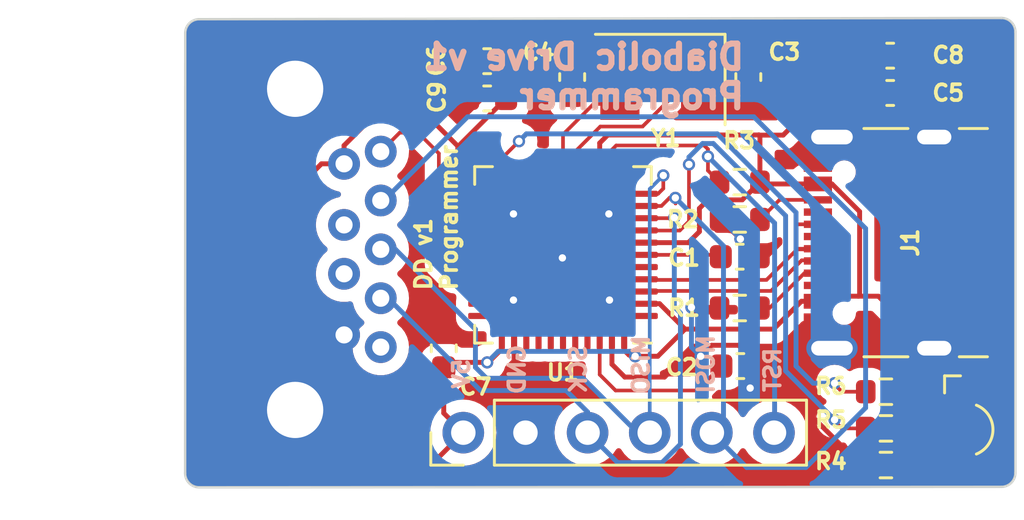
<source format=kicad_pcb>
(kicad_pcb (version 20221018) (generator pcbnew)
  (layers (0 "F.Cu" signal) (31 "B.Cu" signal) (34 "B.Paste" user) (35 "F.Paste" user) (36 "B.SilkS" user "B.Silkscreen") (37 "F.SilkS" user "F.Silkscreen") (38 "B.Mask" user) (39 "F.Mask" user) (44 "Edge.Cuts" user))
  (net 0 "")
  (net 1 "GND")
  (net 2 "Net-(U1-UCAP)")
  (net 3 "Net-(U1-AREF)")
  (net 4 "Net-(U1-XTAL2)")
  (net 5 "Net-(U1-XTAL1)")
  (net 6 "+5V")
  (net 7 "Net-(D1-BK)")
  (net 8 "Net-(D1-RK)")
  (net 9 "Net-(D1-GK)")
  (net 10 "Net-(J1-CC1)")
  (net 11 "/D+")
  (net 12 "/D-")
  (net 13 "Net-(J1-CC2)")
  (net 17 "/SCK")
  (net 18 "/MISO")
  (net 19 "/MOSI")
  (net 20 "/DD_RESET")
  (net 21 "/RST")
  (net 22 "Net-(U1-PB0)")
  (net 23 "Net-(U1-PD5)")
  (footprint "Connector_USB:GCT_USB1075-XX-X-X_REVE" (layer "F.Cu") (at 125.55 130.275 -90)
    (fp_text reference "J2" hide)
    (fp_text value "USB 3.0 FEMALE SOCKET 9P" hide)
    (pad "1" thru_hole circle (at -3.5 -2 270) (size 1.3 1.3) (drill 0.7) (layers "*.Cu" "*.Mask") (net 6 "+5V"))
    (pad "2" thru_hole circle (at -1 -2 270) (size 1.3 1.3) (drill 0.7) (layers "*.Cu" "*.Mask"))
    (pad "3" thru_hole circle (at 1 -2 270) (size 1.3 1.3) (drill 0.7) (layers "*.Cu" "*.Mask"))
    (pad "4" thru_hole circle (at 3.5 -2 270) (size 1.3 1.3) (drill 0.7) (layers "*.Cu" "*.Mask") (net 1 "GND"))
    (pad "5" thru_hole circle (at 4 -3.5 270) (size 1.3 1.3) (drill 0.7) (layers "*.Cu" "*.Mask"))
    (pad "6" thru_hole circle (at 2 -3.5 270) (size 1.3 1.3) (drill 0.7) (layers "*.Cu" "*.Mask") (net 17 "/SCK"))
    (pad "7" thru_hole circle (at 0 -3.5 270) (size 1.3 1.3) (drill 0.7) (layers "*.Cu" "*.Mask") (net 18 "/MISO"))
    (pad "8" thru_hole circle (at -2 -3.5 270) (size 1.3 1.3) (drill 0.7) (layers "*.Cu" "*.Mask") (net 19 "/MOSI"))
    (pad "9" thru_hole circle (at -4 -3.5 270) (size 1.3 1.3) (drill 0.7) (layers "*.Cu" "*.Mask") (net 20 "/DD_RESET"))
    (pad "10" thru_hole circle (at -6.57 0 270) (size 4.2 4.2) (drill 2.3) (layers "*.Cu" "*.Mask") (net 1 "GND"))
    (pad "11" thru_hole circle (at 6.57 0 270) (size 4.2 4.2) (drill 2.3) (layers "*.Cu" "*.Mask") (net 1 "GND"))
  )
  (footprint "Package_DFN_QFN:QFN-44-1EP_7x7mm_P0.5mm_EP5.2x5.2mm" (layer "F.Cu") (at 136.5 130.5 180)
    (fp_text reference "U1" (at 0 -4.82 unlocked) (layer "F.SilkS") (effects (font (size 0.65 0.65))))
    (fp_text value "ATmega32U4-M" hide)
    (fp_line (start -3.61 3.61) (end -3.61 2.885) (stroke (width 0.12)) (layer "F.SilkS"))
    (fp_line (start -2.885 -3.61) (end -3.61 -3.61) (stroke (width 0.12)) (layer "F.SilkS"))
    (fp_line (start -2.885 3.61) (end -3.61 3.61) (stroke (width 0.12)) (layer "F.SilkS"))
    (fp_line (start 2.885 -3.61) (end 3.61 -3.61) (stroke (width 0.12)) (layer "F.SilkS"))
    (fp_line (start 2.885 3.61) (end 3.61 3.61) (stroke (width 0.12)) (layer "F.SilkS"))
    (fp_line (start 3.61 -3.61) (end 3.61 -2.885) (stroke (width 0.12)) (layer "F.SilkS"))
    (fp_line (start 3.61 3.61) (end 3.61 2.885) (stroke (width 0.12)) (layer "F.SilkS"))
    (pad "1" smd roundrect (at -3.3375 -2.5 180) (size 1.075 0.25) (layers "F.Cu" "F.Paste" "F.Mask"))
    (pad "2" smd roundrect (at -3.3375 -2 180) (size 1.075 0.25) (layers "F.Cu" "F.Paste" "F.Mask") (net 6 "+5V"))
    (pad "3" smd roundrect (at -3.3375 -1.5 180) (size 1.075 0.25) (layers "F.Cu" "F.Paste" "F.Mask") (net 12 "/D-"))
    (pad "4" smd roundrect (at -3.3375 -1 180) (size 1.075 0.25) (layers "F.Cu" "F.Paste" "F.Mask") (net 11 "/D+"))
    (pad "5" smd roundrect (at -3.3375 -0.5 180) (size 1.075 0.25) (layers "F.Cu" "F.Paste" "F.Mask") (net 1 "GND"))
    (pad "6" smd roundrect (at -3.3375 0 180) (size 1.075 0.25) (layers "F.Cu" "F.Paste" "F.Mask") (net 2 "Net-(U1-UCAP)"))
    (pad "7" smd roundrect (at -3.3375 0.5 180) (size 1.075 0.25) (layers "F.Cu" "F.Paste" "F.Mask") (net 6 "+5V"))
    (pad "8" smd roundrect (at -3.3375 1 180) (size 1.075 0.25) (layers "F.Cu" "F.Paste" "F.Mask") (net 22 "Net-(U1-PB0)"))
    (pad "9" smd roundrect (at -3.3375 1.5 180) (size 1.075 0.25) (layers "F.Cu" "F.Paste" "F.Mask") (net 17 "/SCK"))
    (pad "10" smd roundrect (at -3.3375 2 180) (size 1.075 0.25) (layers "F.Cu" "F.Paste" "F.Mask") (net 19 "/MOSI"))
    (pad "11" smd roundrect (at -3.3375 2.5 180) (size 1.075 0.25) (layers "F.Cu" "F.Paste" "F.Mask") (net 18 "/MISO"))
    (pad "12" smd roundrect (at -2.5 3.3375 180) (size 0.25 1.075) (layers "F.Cu" "F.Paste" "F.Mask"))
    (pad "13" smd roundrect (at -2 3.3375 180) (size 0.25 1.075) (layers "F.Cu" "F.Paste" "F.Mask") (net 21 "/RST"))
    (pad "14" smd roundrect (at -1.5 3.3375 180) (size 0.25 1.075) (layers "F.Cu" "F.Paste" "F.Mask") (net 6 "+5V"))
    (pad "15" smd roundrect (at -1 3.3375 180) (size 0.25 1.075) (layers "F.Cu" "F.Paste" "F.Mask") (net 1 "GND"))
    (pad "16" smd roundrect (at -0.5 3.3375 180) (size 0.25 1.075) (layers "F.Cu" "F.Paste" "F.Mask") (net 4 "Net-(U1-XTAL2)"))
    (pad "17" smd roundrect (at 0 3.3375 180) (size 0.25 1.075) (layers "F.Cu" "F.Paste" "F.Mask") (net 5 "Net-(U1-XTAL1)"))
    (pad "18" smd roundrect (at 0.5 3.3375 180) (size 0.25 1.075) (layers "F.Cu" "F.Paste" "F.Mask"))
    (pad "19" smd roundrect (at 1 3.3375 180) (size 0.25 1.075) (layers "F.Cu" "F.Paste" "F.Mask"))
    (pad "20" smd roundrect (at 1.5 3.3375 180) (size 0.25 1.075) (layers "F.Cu" "F.Paste" "F.Mask"))
    (pad "21" smd roundrect (at 2 3.3375 180) (size 0.25 1.075) (layers "F.Cu" "F.Paste" "F.Mask"))
    (pad "22" smd roundrect (at 2.5 3.3375 180) (size 0.25 1.075) (layers "F.Cu" "F.Paste" "F.Mask") (net 23 "Net-(U1-PD5)"))
    (pad "23" smd roundrect (at 3.3375 2.5 180) (size 1.075 0.25) (layers "F.Cu" "F.Paste" "F.Mask") (net 1 "GND"))
    (pad "24" smd roundrect (at 3.3375 2 180) (size 1.075 0.25) (layers "F.Cu" "F.Paste" "F.Mask") (net 6 "+5V"))
    (pad "25" smd roundrect (at 3.3375 1.5 180) (size 1.075 0.25) (layers "F.Cu" "F.Paste" "F.Mask"))
    (pad "26" smd roundrect (at 3.3375 1 180) (size 1.075 0.25) (layers "F.Cu" "F.Paste" "F.Mask"))
    (pad "27" smd roundrect (at 3.3375 0.5 180) (size 1.075 0.25) (layers "F.Cu" "F.Paste" "F.Mask"))
    (pad "28" smd roundrect (at 3.3375 0 180) (size 1.075 0.25) (layers "F.Cu" "F.Paste" "F.Mask"))
    (pad "29" smd roundrect (at 3.3375 -0.5 180) (size 1.075 0.25) (layers "F.Cu" "F.Paste" "F.Mask"))
    (pad "30" smd roundrect (at 3.3375 -1 180) (size 1.075 0.25) (layers "F.Cu" "F.Paste" "F.Mask") (net 20 "/DD_RESET"))
    (pad "31" smd roundrect (at 3.3375 -1.5 180) (size 1.075 0.25) (layers "F.Cu" "F.Paste" "F.Mask"))
    (pad "32" smd roundrect (at 3.3375 -2 180) (size 1.075 0.25) (layers "F.Cu" "F.Paste" "F.Mask"))
    (pad "33" smd roundrect (at 3.3375 -2.5 180) (size 1.075 0.25) (layers "F.Cu" "F.Paste" "F.Mask"))
    (pad "34" smd roundrect (at 2.5 -3.3375 180) (size 0.25 1.075) (layers "F.Cu" "F.Paste" "F.Mask") (net 6 "+5V"))
    (pad "35" smd roundrect (at 2 -3.3375 180) (size 0.25 1.075) (layers "F.Cu" "F.Paste" "F.Mask") (net 1 "GND"))
    (pad "36" smd roundrect (at 1.5 -3.3375 180) (size 0.25 1.075) (layers "F.Cu" "F.Paste" "F.Mask"))
    (pad "37" smd roundrect (at 1 -3.3375 180) (size 0.25 1.075) (layers "F.Cu" "F.Paste" "F.Mask"))
    (pad "38" smd roundrect (at 0.5 -3.3375 180) (size 0.25 1.075) (layers "F.Cu" "F.Paste" "F.Mask"))
    (pad "39" smd roundrect (at 0 -3.3375 180) (size 0.25 1.075) (layers "F.Cu" "F.Paste" "F.Mask"))
    (pad "40" smd roundrect (at -0.5 -3.3375 180) (size 0.25 1.075) (layers "F.Cu" "F.Paste" "F.Mask"))
    (pad "41" smd roundrect (at -1 -3.3375 180) (size 0.25 1.075) (layers "F.Cu" "F.Paste" "F.Mask"))
    (pad "42" smd roundrect (at -1.5 -3.3375 180) (size 0.25 1.075) (layers "F.Cu" "F.Paste" "F.Mask") (net 3 "Net-(U1-AREF)"))
    (pad "43" smd roundrect (at -2 -3.3375 180) (size 0.25 1.075) (layers "F.Cu" "F.Paste" "F.Mask") (net 1 "GND"))
    (pad "44" smd roundrect (at -2.5 -3.3375 180) (size 0.25 1.075) (layers "F.Cu" "F.Paste" "F.Mask") (net 6 "+5V"))
    (pad "45" smd rect (at 0 0 180) (size 5.2 5.2) (layers "F.Cu" "F.Mask") (net 1 "GND"))
  )
  (footprint "Resistor_SMD:R_0603_1608Metric" (layer "F.Cu") (at 143.725 132.675)
    (fp_text reference "R1" (at -2.275 0 unlocked) (layer "F.SilkS") (effects (font (size 0.65 0.65))))
    (fp_text value "5.1k")
    (fp_line (start -0.237258 -0.5225) (end 0.237258 -0.5225) (stroke (width 0.12)) (layer "F.SilkS"))
    (fp_line (start -0.237258 0.5225) (end 0.237258 0.5225) (stroke (width 0.12)) (layer "F.SilkS"))
    (pad "1" smd roundrect (at -0.825 0) (size 0.8 0.95) (layers "F.Cu" "F.Paste" "F.Mask") (net 1 "GND"))
    (pad "2" smd roundrect (at 0.825 0) (size 0.8 0.95) (layers "F.Cu" "F.Paste" "F.Mask") (net 10 "Net-(J1-CC1)"))
  )
  (footprint "Resistor_SMD:R_0603_1608Metric" (layer "F.Cu") (at 149.7 136.1)
    (fp_text reference "R6" (at -2.25 -0.225 unlocked) (layer "F.SilkS") (effects (font (size 0.65 0.65))))
    (fp_text value "330R")
    (fp_line (start -0.237258 -0.5225) (end 0.237258 -0.5225) (stroke (width 0.12)) (layer "F.SilkS"))
    (fp_line (start -0.237258 0.5225) (end 0.237258 0.5225) (stroke (width 0.12)) (layer "F.SilkS"))
    (pad "1" smd roundrect (at -0.825 0) (size 0.8 0.95) (layers "F.Cu" "F.Paste" "F.Mask") (net 23 "Net-(U1-PD5)"))
    (pad "2" smd roundrect (at 0.825 0) (size 0.8 0.95) (layers "F.Cu" "F.Paste" "F.Mask") (net 7 "Net-(D1-BK)"))
  )
  (footprint "Resistor_SMD:R_0603_1608Metric" (layer "F.Cu") (at 143.725 129.05)
    (fp_text reference "R2" (at -2.325 0 unlocked) (layer "F.SilkS") (effects (font (size 0.65 0.65))))
    (fp_text value "5.1k")
    (fp_line (start -0.237258 -0.5225) (end 0.237258 -0.5225) (stroke (width 0.12)) (layer "F.SilkS"))
    (fp_line (start -0.237258 0.5225) (end 0.237258 0.5225) (stroke (width 0.12)) (layer "F.SilkS"))
    (pad "1" smd roundrect (at -0.825 0) (size 0.8 0.95) (layers "F.Cu" "F.Paste" "F.Mask") (net 1 "GND"))
    (pad "2" smd roundrect (at 0.825 0) (size 0.8 0.95) (layers "F.Cu" "F.Paste" "F.Mask") (net 13 "Net-(J1-CC2)"))
  )
  (footprint "Capacitor_SMD:C_0603_1608Metric" (layer "F.Cu") (at 131.625 134.325 -90)
    (fp_text reference "C7" (at 1.575 -1.3 unlocked) (layer "F.SilkS") (effects (font (size 0.65 0.65))))
    (fp_text value "0.1uF")
    (fp_line (start -0.14058 -0.51) (end 0.14058 -0.51) (stroke (width 0.12)) (layer "F.SilkS"))
    (fp_line (start -0.14058 0.51) (end 0.14058 0.51) (stroke (width 0.12)) (layer "F.SilkS"))
    (pad "1" smd roundrect (at -0.775 0 270) (size 0.9 0.95) (layers "F.Cu" "F.Paste" "F.Mask") (net 1 "GND"))
    (pad "2" smd roundrect (at 0.775 0 270) (size 0.9 0.95) (layers "F.Cu" "F.Paste" "F.Mask") (net 6 "+5V"))
  )
  (footprint "Capacitor_SMD:C_0603_1608Metric" (layer "F.Cu") (at 136.875 123.225 -90)
    (fp_text reference "C4" (at -1 1.375 unlocked) (layer "F.SilkS") (effects (font (size 0.65 0.65))))
    (fp_text value "22pF" hide)
    (fp_line (start -0.14058 -0.51) (end 0.14058 -0.51) (stroke (width 0.12)) (layer "F.SilkS"))
    (fp_line (start -0.14058 0.51) (end 0.14058 0.51) (stroke (width 0.12)) (layer "F.SilkS"))
    (pad "1" smd roundrect (at -0.775 0 270) (size 0.9 0.95) (layers "F.Cu" "F.Paste" "F.Mask") (net 1 "GND"))
    (pad "2" smd roundrect (at 0.775 0 270) (size 0.9 0.95) (layers "F.Cu" "F.Paste" "F.Mask") (net 5 "Net-(U1-XTAL1)"))
  )
  (footprint "Crystal:Crystal_SMD_5032-4Pin_5.0x3.2mm" (layer "F.Cu") (at 140.475 123.325 180)
    (fp_text reference "Y1" (at -0.225 -2.4 unlocked) (layer "F.SilkS") (effects (font (size 0.65 0.65))))
    (fp_text value "16MHz" hide)
    (fp_line (start -2.65 -1.85) (end -2.65 1.85) (stroke (width 0.12)) (layer "F.SilkS"))
    (fp_line (start -2.65 1.85) (end 2.65 1.85) (stroke (width 0.12)) (layer "F.SilkS"))
    (pad "1" smd rect (at -1.65 1 180) (size 1.6 1.3) (layers "F.Cu" "F.Paste" "F.Mask") (net 4 "Net-(U1-XTAL2)"))
    (pad "2" smd rect (at 1.65 1 180) (size 1.6 1.3) (layers "F.Cu" "F.Paste" "F.Mask") (net 1 "GND"))
    (pad "3" smd rect (at 1.65 -1 180) (size 1.6 1.3) (layers "F.Cu" "F.Paste" "F.Mask") (net 5 "Net-(U1-XTAL1)"))
    (pad "4" smd rect (at -1.65 -1 180) (size 1.6 1.3) (layers "F.Cu" "F.Paste" "F.Mask") (net 1 "GND"))
  )
  (footprint "Connector_PinHeader_2.54mm:PinHeader_1x06_P2.54mm_Vertical" (layer "F.Cu") (at 132.425 137.775 90)
    (fp_text reference "J4" hide)
    (fp_text value "Conn_01x06" hide)
    (fp_line (start -1.33 -1.33) (end 0 -1.33) (stroke (width 0.12)) (layer "F.SilkS"))
    (fp_line (start -1.33 0) (end -1.33 -1.33) (stroke (width 0.12)) (layer "F.SilkS"))
    (fp_line (start -1.33 1.27) (end -1.33 14.03) (stroke (width 0.12)) (layer "F.SilkS"))
    (fp_line (start -1.33 1.27) (end 1.33 1.27) (stroke (width 0.12)) (layer "F.SilkS"))
    (fp_line (start -1.33 14.03) (end 1.33 14.03) (stroke (width 0.12)) (layer "F.SilkS"))
    (fp_line (start 1.33 1.27) (end 1.33 14.03) (stroke (width 0.12)) (layer "F.SilkS"))
    (pad "1" thru_hole circle (at 0 0 90) (size 1.7 1.7) (drill 1) (layers "*.Cu" "*.Mask") (net 6 "+5V"))
    (pad "2" thru_hole oval (at 0 2.54 90) (size 1.7 1.7) (drill 1) (layers "*.Cu" "*.Mask") (net 1 "GND"))
    (pad "3" thru_hole oval (at 0 5.08 90) (size 1.7 1.7) (drill 1) (layers "*.Cu" "*.Mask") (net 17 "/SCK"))
    (pad "4" thru_hole oval (at 0 7.62 90) (size 1.7 1.7) (drill 1) (layers "*.Cu" "*.Mask") (net 18 "/MISO"))
    (pad "5" thru_hole oval (at 0 10.16 90) (size 1.7 1.7) (drill 1) (layers "*.Cu" "*.Mask") (net 19 "/MOSI"))
    (pad "6" thru_hole oval (at 0 12.7 90) (size 1.7 1.7) (drill 1) (layers "*.Cu" "*.Mask") (net 21 "/RST"))
  )
  (footprint "Resistor_SMD:R_0603_1608Metric" (layer "F.Cu") (at 149.7 139.1)
    (fp_text reference "R4" (at -2.25 -0.15 unlocked) (layer "F.SilkS") (effects (font (size 0.65 0.65))))
    (fp_text value "330R")
    (fp_line (start -0.237258 -0.5225) (end 0.237258 -0.5225) (stroke (width 0.12)) (layer "F.SilkS"))
    (fp_line (start -0.237258 0.5225) (end 0.237258 0.5225) (stroke (width 0.12)) (layer "F.SilkS"))
    (pad "1" smd roundrect (at -0.825 0) (size 0.8 0.95) (layers "F.Cu" "F.Paste" "F.Mask") (net 1 "GND"))
    (pad "2" smd roundrect (at 0.825 0) (size 0.8 0.95) (layers "F.Cu" "F.Paste" "F.Mask") (net 8 "Net-(D1-RK)"))
  )
  (footprint "Capacitor_SMD:C_0603_1608Metric" (layer "F.Cu") (at 143.725 130.575 180)
    (fp_text reference "C1" (at 2.275 -0.05 unlocked) (layer "F.SilkS") (effects (font (size 0.65 0.65))))
    (fp_text value "1.0uF")
    (fp_line (start -0.14058 -0.51) (end 0.14058 -0.51) (stroke (width 0.12)) (layer "F.SilkS"))
    (fp_line (start -0.14058 0.51) (end 0.14058 0.51) (stroke (width 0.12)) (layer "F.SilkS"))
    (pad "1" smd roundrect (at -0.775 0 180) (size 0.9 0.95) (layers "F.Cu" "F.Paste" "F.Mask") (net 1 "GND"))
    (pad "2" smd roundrect (at 0.775 0 180) (size 0.9 0.95) (layers "F.Cu" "F.Paste" "F.Mask") (net 2 "Net-(U1-UCAP)"))
  )
  (footprint "Connector_USB:USB_C_Receptacle_GCT_USB4105-xx-A_16P_TopMnt_Horizontal" (layer "F.Cu") (at 150.6 130 90)
    (fp_text reference "J1" (at 0 0.1 90 unlocked) (layer "F.SilkS") (effects (font (size 0.65 0.65))))
    (fp_text value "USB_C_16P" hide)
    (fp_line (start -4.67 0) (end -4.67 -1.8) (stroke (width 0.12)) (layer "F.SilkS"))
    (fp_line (start -4.67 2.1) (end -4.67 3.25) (stroke (width 0.12)) (layer "F.SilkS"))
    (fp_line (start 4.67 0) (end 4.67 -1.8) (stroke (width 0.12)) (layer "F.SilkS"))
    (fp_line (start 4.67 2.1) (end 4.67 3.25) (stroke (width 0.12)) (layer "F.SilkS"))
    (pad "" np_thru_hole circle (at -2.89 -2.605 90) (size 0.65 0.65) (drill 0.65) (layers "F&B.Cu" "*.Mask"))
    (pad "" np_thru_hole circle (at 2.89 -2.605 90) (size 0.65 0.65) (drill 0.65) (layers "F&B.Cu" "*.Mask"))
    (pad "A1" smd rect (at -3.2 -3.68 90) (size 0.6 1.15) (layers "F.Cu" "F.Paste" "F.Mask") (net 1 "GND"))
    (pad "A4" smd rect (at -2.4 -3.68 90) (size 0.6 1.15) (layers "F.Cu" "F.Paste" "F.Mask") (net 6 "+5V"))
    (pad "A5" smd rect (at -1.25 -3.68 90) (size 0.3 1.15) (layers "F.Cu" "F.Paste" "F.Mask") (net 10 "Net-(J1-CC1)"))
    (pad "A6" smd rect (at -0.25 -3.68 90) (size 0.3 1.15) (layers "F.Cu" "F.Paste" "F.Mask") (net 11 "/D+"))
    (pad "A7" smd rect (at 0.25 -3.68 90) (size 0.3 1.15) (layers "F.Cu" "F.Paste" "F.Mask") (net 12 "/D-"))
    (pad "A8" smd rect (at 1.25 -3.68 90) (size 0.3 1.15) (layers "F.Cu" "F.Paste" "F.Mask"))
    (pad "A9" smd rect (at 2.4 -3.68 90) (size 0.6 1.15) (layers "F.Cu" "F.Paste" "F.Mask") (net 6 "+5V"))
    (pad "A12" smd rect (at 3.2 -3.68 90) (size 0.6 1.15) (layers "F.Cu" "F.Paste" "F.Mask") (net 1 "GND"))
    (pad "B1" smd rect (at 3.2 -3.68 90) (size 0.6 1.15) (layers "F.Cu" "F.Paste" "F.Mask") (net 1 "GND"))
    (pad "B4" smd rect (at 2.4 -3.68 90) (size 0.6 1.15) (layers "F.Cu" "F.Paste" "F.Mask") (net 6 "+5V"))
    (pad "B5" smd rect (at 1.75 -3.68 90) (size 0.3 1.15) (layers "F.Cu" "F.Paste" "F.Mask") (net 13 "Net-(J1-CC2)"))
    (pad "B6" smd rect (at 0.75 -3.68 90) (size 0.3 1.15) (layers "F.Cu" "F.Paste" "F.Mask") (net 11 "/D+"))
    (pad "B7" smd rect (at -0.75 -3.68 90) (size 0.3 1.15) (layers "F.Cu" "F.Paste" "F.Mask") (net 12 "/D-"))
    (pad "B8" smd rect (at -1.75 -3.68 90) (size 0.3 1.15) (layers "F.Cu" "F.Paste" "F.Mask"))
    (pad "B9" smd rect (at -2.4 -3.68 90) (size 0.6 1.15) (layers "F.Cu" "F.Paste" "F.Mask") (net 6 "+5V"))
    (pad "B12" smd rect (at -3.2 -3.68 90) (size 0.6 1.15) (layers "F.Cu" "F.Paste" "F.Mask") (net 1 "GND"))
    (pad "S1" thru_hole oval (at -4.32 -3.105 90) (size 1 2.1) (drill oval 0.6 1.7) (layers "*.Cu" "*.Mask" "F.Paste") (net 1 "GND"))
    (pad "S1" thru_hole oval (at -4.32 1.075 90) (size 1 1.8) (drill oval 0.6 1.4) (layers "*.Cu" "*.Mask" "F.Paste") (net 1 "GND"))
    (pad "S1" thru_hole oval (at 4.32 -3.105 90) (size 1 2.1) (drill oval 0.6 1.7) (layers "*.Cu" "*.Mask" "F.Paste") (net 1 "GND"))
    (pad "S1" thru_hole oval (at 4.32 1.075 90) (size 1 1.8) (drill oval 0.6 1.4) (layers "*.Cu" "*.Mask" "F.Paste") (net 1 "GND"))
  )
  (footprint "Capacitor_SMD:C_0603_1608Metric" (layer "F.Cu") (at 144.075 123.225 90)
    (fp_text reference "C3" (at 1.025 1.475 unlocked) (layer "F.SilkS") (effects (font (size 0.65 0.65))))
    (fp_text value "22pF" hide)
    (fp_line (start -0.14058 -0.51) (end 0.14058 -0.51) (stroke (width 0.12)) (layer "F.SilkS"))
    (fp_line (start -0.14058 0.51) (end 0.14058 0.51) (stroke (width 0.12)) (layer "F.SilkS"))
    (pad "1" smd roundrect (at -0.775 0 90) (size 0.9 0.95) (layers "F.Cu" "F.Paste" "F.Mask") (net 1 "GND"))
    (pad "2" smd roundrect (at 0.775 0 90) (size 0.9 0.95) (layers "F.Cu" "F.Paste" "F.Mask") (net 4 "Net-(U1-XTAL2)"))
  )
  (footprint "Capacitor_SMD:C_0603_1608Metric" (layer "F.Cu") (at 133.4 122.575)
    (fp_text reference "C6" (at -2.075 -0.025 90 unlocked) (layer "F.SilkS") (effects (font (size 0.65 0.65))))
    (fp_text value "1uF")
    (fp_line (start -0.14058 -0.51) (end 0.14058 -0.51) (stroke (width 0.12)) (layer "F.SilkS"))
    (fp_line (start -0.14058 0.51) (end 0.14058 0.51) (stroke (width 0.12)) (layer "F.SilkS"))
    (pad "1" smd roundrect (at -0.775 0) (size 0.9 0.95) (layers "F.Cu" "F.Paste" "F.Mask") (net 1 "GND"))
    (pad "2" smd roundrect (at 0.775 0) (size 0.9 0.95) (layers "F.Cu" "F.Paste" "F.Mask") (net 6 "+5V"))
  )
  (footprint "Resistor_SMD:R_0603_1608Metric" (layer "F.Cu") (at 143.725 127.525 180)
    (fp_text reference "R3" (at 0.025 1.7 unlocked) (layer "F.SilkS") (effects (font (size 0.65 0.65))))
    (fp_text value "10k")
    (fp_line (start -0.237258 -0.5225) (end 0.237258 -0.5225) (stroke (width 0.12)) (layer "F.SilkS"))
    (fp_line (start -0.237258 0.5225) (end 0.237258 0.5225) (stroke (width 0.12)) (layer "F.SilkS"))
    (pad "1" smd roundrect (at -0.825 0 180) (size 0.8 0.95) (layers "F.Cu" "F.Paste" "F.Mask") (net 6 "+5V"))
    (pad "2" smd roundrect (at 0.825 0 180) (size 0.8 0.95) (layers "F.Cu" "F.Paste" "F.Mask") (net 21 "/RST"))
  )
  (footprint "Capacitor_SMD:C_0603_1608Metric" (layer "F.Cu") (at 149.875 123.875 180)
    (fp_text reference "C5" (at -2.375 0 unlocked) (layer "F.SilkS") (effects (font (size 0.65 0.65))))
    (fp_text value "10uF")
    (fp_line (start -0.14058 -0.51) (end 0.14058 -0.51) (stroke (width 0.12)) (layer "F.SilkS"))
    (fp_line (start -0.14058 0.51) (end 0.14058 0.51) (stroke (width 0.12)) (layer "F.SilkS"))
    (pad "1" smd roundrect (at -0.775 0 180) (size 0.9 0.95) (layers "F.Cu" "F.Paste" "F.Mask") (net 1 "GND"))
    (pad "2" smd roundrect (at 0.775 0 180) (size 0.9 0.95) (layers "F.Cu" "F.Paste" "F.Mask") (net 6 "+5V"))
  )
  (footprint "Capacitor_SMD:C_0603_1608Metric" (layer "F.Cu") (at 149.875 122.35 180)
    (fp_text reference "C8" (at -2.375 0.025 unlocked) (layer "F.SilkS") (effects (font (size 0.65 0.65))))
    (fp_text value "0.1uF")
    (fp_line (start -0.14058 -0.51) (end 0.14058 -0.51) (stroke (width 0.12)) (layer "F.SilkS"))
    (fp_line (start -0.14058 0.51) (end 0.14058 0.51) (stroke (width 0.12)) (layer "F.SilkS"))
    (pad "1" smd roundrect (at -0.775 0 180) (size 0.9 0.95) (layers "F.Cu" "F.Paste" "F.Mask") (net 1 "GND"))
    (pad "2" smd roundrect (at 0.775 0 180) (size 0.9 0.95) (layers "F.Cu" "F.Paste" "F.Mask") (net 6 "+5V"))
  )
  (footprint "LED_SMD:LED_Kingbright_APFA3010_3x1.5mm_Horizontal" (layer "F.Cu") (at 152.748223 137.65 -90)
    (fp_text reference "D1" hide)
    (fp_text value "LED_BARG")
    (fp_line (start -2.2 0) (end -2.2 0.65) (stroke (width 0.12)) (layer "F.SilkS"))
    (fp_line (start -2.2 0.65) (end -1.5 0.65) (stroke (width 0.12)) (layer "F.SilkS"))
    (fp_arc (start -1 -0.65) (mid 0 -1.327033) (end 1 -0.65) (stroke (width 0.12)) (layer "F.SilkS"))
    (pad "1" smd rect (at -0.4 0.45 270) (size 0.4 0.8) (layers "F.Cu" "F.Paste" "F.Mask") (net 7 "Net-(D1-BK)"))
    (pad "2" smd rect (at -1.5 0 270) (size 1 0.9) (layers "F.Cu" "F.Paste" "F.Mask") (net 6 "+5V"))
    (pad "3" smd rect (at 1.5 0 270) (size 1 0.9) (layers "F.Cu" "F.Paste" "F.Mask") (net 8 "Net-(D1-RK)"))
    (pad "4" smd rect (at 0.4 0.45 270) (size 0.4 0.8) (layers "F.Cu" "F.Paste" "F.Mask") (net 9 "Net-(D1-GK)"))
  )
  (footprint "Resistor_SMD:R_0603_1608Metric" (layer "F.Cu") (at 149.7 137.6)
    (fp_text reference "R5" (at -2.25 -0.35 unlocked) (layer "F.SilkS") (effects (font (size 0.65 0.65))))
    (fp_text value "330R")
    (fp_line (start -0.237258 -0.5225) (end 0.237258 -0.5225) (stroke (width 0.12)) (layer "F.SilkS"))
    (fp_line (start -0.237258 0.5225) (end 0.237258 0.5225) (stroke (width 0.12)) (layer "F.SilkS"))
    (pad "1" smd roundrect (at -0.825 0) (size 0.8 0.95) (layers "F.Cu" "F.Paste" "F.Mask") (net 22 "Net-(U1-PB0)"))
    (pad "2" smd roundrect (at 0.825 0) (size 0.8 0.95) (layers "F.Cu" "F.Paste" "F.Mask") (net 9 "Net-(D1-GK)"))
  )
  (footprint "Capacitor_SMD:C_0603_1608Metric" (layer "F.Cu") (at 133.4 124.1)
    (fp_text reference "C9" (at -2.05 -0.05 90 unlocked) (layer "F.SilkS") (effects (font (size 0.65 0.65))))
    (fp_text value "0.1uF")
    (fp_line (start -0.14058 -0.51) (end 0.14058 -0.51) (stroke (width 0.12)) (layer "F.SilkS"))
    (fp_line (start -0.14058 0.51) (end 0.14058 0.51) (stroke (width 0.12)) (layer "F.SilkS"))
    (pad "1" smd roundrect (at -0.775 0) (size 0.9 0.95) (layers "F.Cu" "F.Paste" "F.Mask") (net 1 "GND"))
    (pad "2" smd roundrect (at 0.775 0) (size 0.9 0.95) (layers "F.Cu" "F.Paste" "F.Mask") (net 6 "+5V"))
  )
  (footprint "Capacitor_SMD:C_0603_1608Metric" (layer "F.Cu") (at 143.75 135.05 180)
    (fp_text reference "C2" (at 2.4 -0.05 unlocked) (layer "F.SilkS") (effects (font (size 0.65 0.65))))
    (fp_text value "0.1uF")
    (fp_line (start -0.14058 -0.51) (end 0.14058 -0.51) (stroke (width 0.12)) (layer "F.SilkS"))
    (fp_line (start -0.14058 0.51) (end 0.14058 0.51) (stroke (width 0.12)) (layer "F.SilkS"))
    (pad "1" smd roundrect (at -0.775 0 180) (size 0.9 0.95) (layers "F.Cu" "F.Paste" "F.Mask") (net 1 "GND"))
    (pad "2" smd roundrect (at 0.775 0 180) (size 0.9 0.95) (layers "F.Cu" "F.Paste" "F.Mask") (net 3 "Net-(U1-AREF)"))
  )
  (gr_line (start 154.992604 121.379635) (end 154.992605 139.420366) (stroke (width 0.1)) (layer "Edge.Cuts"))
  (gr_line (start 154.420366 120.807395) (end 121.629644 120.857407) (stroke (width 0.1)) (layer "Edge.Cuts"))
  (gr_arc (start 154.420366 120.807395) (mid 154.82501 120.97499) (end 154.992604 121.379635) (stroke (width 0.1)) (layer "Edge.Cuts"))
  (gr_line (start 154.420365 139.992604) (end 121.624999 140.010209) (stroke (width 0.1)) (layer "Edge.Cuts"))
  (gr_line (start 121.057395 121.429634) (end 121.052761 139.437969) (stroke (width 0.1)) (layer "Edge.Cuts"))
  (gr_arc (start 121.057405 121.429644) (mid 121.225 121.025) (end 121.629644 120.857407) (stroke (width 0.1)) (layer "Edge.Cuts"))
  (gr_arc (start 121.624999 140.010209) (mid 121.220381 139.842586) (end 121.052761 139.437969) (stroke (width 0.1)) (layer "Edge.Cuts"))
  (gr_arc (start 154.992605 139.420366) (mid 154.825 139.825) (end 154.420365 139.992604) (stroke (width 0.1)) (layer "Edge.Cuts"))
  (gr_text "RST" (at 145.45 134.225 90) (layer "B.SilkS") (effects (font (size 0.65 0.65)) (justify left bottom mirror)))
  (gr_text "GND" (at 135 134.1 90) (layer "B.SilkS") (effects (font (size 0.65 0.65)) (justify left bottom mirror)))
  (gr_text "5V" (at 132.725 134.675 90) (layer "B.SilkS") (effects (font (size 0.65 0.65)) (justify left bottom mirror)))
  (gr_text "MISO" (at 140.075 133.725 90) (layer "B.SilkS") (effects (font (size 0.65 0.65)) (justify left bottom mirror)))
  (gr_text "Diabolic Drive v1\nProgrammer" (at 144.025 124.6) (layer "B.SilkS") (effects (font (size 1 1) (thickness 0.25) bold) (justify left bottom mirror)))
  (gr_text "MOSI" (at 142.725 133.7 90) (layer "B.SilkS") (effects (font (size 0.65 0.65)) (justify left bottom mirror)))
  (gr_text "SCK" (at 137.5 134.125 90) (layer "B.SilkS") (effects (font (size 0.65 0.65)) (justify left bottom mirror)))
  (gr_text "DD v1\nProgrammer" (at 132.225 132.025 90) (layer "F.SilkS") (effects (font (size 0.65 0.65) (thickness 0.15) bold) (justify left bottom)))
  (segment (start 134.475 132.35) (end 134.65 132.35) (width 0.2) (layer "F.Cu") (net 1))
  (segment (start 137 122.325) (end 136.875 122.45) (width 0.2) (layer "F.Cu") (net 1))
  (segment (start 144.15 136) (end 144.15 136) (width 0.2) (layer "F.Cu") (net 1))
  (segment (start 136.375 130.625) (end 136.475 130.625) (width 0.2) (layer "F.Cu") (net 1))
  (segment (start 142.575 134.2) (end 143.675 134.2) (width 0.2) (layer "F.Cu") (net 1))
  (segment (start 138.35 132.35) (end 136.5 130.5) (width 0.2) (layer "F.Cu") (net 1))
  (segment (start 140.65 135.5) (end 139.025 135.5) (width 0.2) (layer "F.Cu") (net 1))
  (segment (start 137 131) (end 136.5 130.5) (width 0.2) (layer "F.Cu") (net 1))
  (segment (start 139.025 135.5) (end 138.5 134.975) (width 0.2) (layer "F.Cu") (net 1))
  (segment (start 137.1 130.5) (end 138.1 129.5) (width 0.2) (layer "F.Cu") (net 1))
  (segment (start 141.5 134.65) (end 140.65 135.5) (width 0.2) (layer "F.Cu") (net 1))
  (segment (start 134.475 132.525) (end 134.475 132.35) (width 0.2) (layer "F.Cu") (net 1))
  (segment (start 139.8375 131) (end 137 131) (width 0.2) (layer "F.Cu") (net 1))
  (segment (start 134.5 132.5) (end 134.475 132.525) (width 0.2) (layer "F.Cu") (net 1))
  (segment (start 134.351992 128) (end 133.7625 128) (width 0.2) (layer "F.Cu") (net 1))
  (segment (start 137.1 130.5) (end 136.851992 130.5) (width 0.2) (layer "F.Cu") (net 1))
  (segment (start 148.875 139.1) (end 148.672182 139.1) (width 0.2) (layer "F.Cu") (net 1))
  (segment (start 144.5 135.05) (end 144.15 134.7) (width 0.2) (layer "F.Cu") (net 1))
  (segment (start 142.9 132.675) (end 141.775 132.675) (width 0.2) (layer "F.Cu") (net 1))
  (segment (start 144.525 135.05) (end 144.525 135.625) (width 0.2) (layer "F.Cu") (net 1))
  (segment (start 146.25 136.677818) (end 146.25 134.8) (width 0.2) (layer "F.Cu") (net 1))
  (segment (start 138.825 122.325) (end 137 122.325) (width 0.2) (layer "F.Cu") (net 1))
  (segment (start 138.4 132.4) (end 138.4 132.35) (width 0.2) (layer "F.Cu") (net 1))
  (segment (start 134.5 133.8375) (end 134.5 137.31) (width 0.2) (layer "F.Cu") (net 1))
  (segment (start 148.04 134.32) (end 151.675 134.32) (width 0.2) (layer "F.Cu") (net 1))
  (segment (start 143.75 129.85) (end 144.475 130.575) (width 0.2) (layer "F.Cu") (net 1))
  (segment (start 144.525 135.05) (end 144.5 135.05) (width 0.2) (layer "F.Cu") (net 1))
  (segment (start 138.5 134.975) (end 138.5 133.8375) (width 0.2) (layer "F.Cu") (net 1))
  (segment (start 136.475 130.625) (end 136.475 130.525) (width 0.2) (layer "F.Cu") (net 1))
  (segment (start 152.27 125.68) (end 152.625 125.325) (width 0.2) (layer "F.Cu") (net 1))
  (segment (start 148.672182 139.1) (end 146.25 136.677818) (width 0.2) (layer "F.Cu") (net 1))
  (segment (start 133 128) (end 133.7625 128) (width 0.2) (layer "F.Cu") (net 1))
  (segment (start 143.675 134.2) (end 144.525 135.05) (width 0.2) (layer "F.Cu") (net 1))
  (segment (start 146.25 134.8) (end 147.015 134.8) (width 0.2) (layer "F.Cu") (net 1))
  (segment (start 144.525 135.05) (end 144.775 134.8) (width 0.2) (layer "F.Cu") (net 1))
  (segment (start 134.5 137.31) (end 134.965 137.775) (width 0.2) (layer "F.Cu") (net 1))
  (segment (start 148.04 125.68) (end 151.675 125.68) (width 0.2) (layer "F.Cu") (net 1))
  (segment (start 144.475 130.575) (end 144.5 130.575) (width 0.2) (layer "F.Cu") (net 1))
  (segment (start 144.075 124) (end 142.45 124) (width 0.2) (layer "F.Cu") (net 1))
  (segment (start 144.15 135.95) (end 144.15 136) (width 0.2) (layer "F.Cu") (net 1))
  (segment (start 142.95 129.05) (end 143.75 129.85) (width 0.2) (layer "F.Cu") (net 1))
  (segment (start 137.1 130.5) (end 137.6 131) (width 0.2) (layer "F.Cu") (net 1))
  (segment (start 144.2 135.95) (end 144.15 135.95) (width 0.2) (layer "F.Cu") (net 1))
  (segment (start 146.92 126.8) (end 148.04 125.68) (width 0.2) (layer "F.Cu") (net 1))
  (segment (start 142.125 134.65) (end 141.5 134.65) (width 0.2) (layer "F.Cu") (net 1))
  (segment (start 144.525 135.625) (end 144.2 135.95) (width 0.2) (layer "F.Cu") (net 1))
  (segment (start 134.65 132.35) (end 136.375 130.625) (width 0.2) (layer "F.Cu") (net 1))
  (segment (start 144.775 134.8) (end 146.25 134.8) (width 0.2) (layer "F.Cu") (net 1))
  (segment (start 138.5 132.5) (end 138.4 132.4) (width 0.2) (layer "F.Cu") (net 1))
  (segment (start 138.4 132.35) (end 138.35 132.35) (width 0.2) (layer "F.Cu") (net 1))
  (segment (start 137.5 127.1625) (end 137.5 129.5) (width 0.2) (layer "F.Cu") (net 1))
  (segment (start 141.775 132.675) (end 141.75 132.65) (width 0.2) (layer "F.Cu") (net 1))
  (segment (start 142.45 124) (end 142.125 124.325) (width 0.2) (layer "F.Cu") (net 1))
  (segment (start 151.675 125.68) (end 152.27 125.68) (width 0.2) (layer "F.Cu") (net 1))
  (segment (start 142.9 129.05) (end 142.95 129.05) (width 0.2) (layer "F.Cu") (net 1))
  (segment (start 137.5 129.5) (end 136.5 130.5) (width 0.2) (layer "F.Cu") (net 1))
  (segment (start 136.851992 130.5) (end 134.351992 128) (width 0.2) (layer "F.Cu") (net 1))
  (segment (start 138.5 133.8375) (end 138.5 132.5) (width 0.2) (layer "F.Cu") (net 1))
  (segment (start 147.015 134.8) (end 147.495 134.32) (width 0.2) (layer "F.Cu") (net 1))
  (segment (start 134.5 133.8375) (end 134.5 132.5) (width 0.2) (layer "F.Cu") (net 1))
  (segment (start 142.125 134.65) (end 142.575 134.2) (width 0.2) (layer "F.Cu") (net 1))
  (segment (start 136.475 130.525) (end 136.5 130.5) (width 0.2) (layer "F.Cu") (net 1))
  (segment (start 146.92 133.2) (end 148.04 134.32) (width 0.2) (layer "F.Cu") (net 1))
  (via (at 136.475 130.625) (size 0.5) (drill 0.3) (layers "F.Cu" "B.Cu") (net 1))
  (via (at 144.15 135.95) (size 0.5) (drill 0.3) (layers "F.Cu" "B.Cu") (net 1))
  (via (at 142.125 134.65) (size 0.5) (drill 0.3) (layers "F.Cu" "B.Cu") (net 1))
  (via (at 138.375 128.825) (size 0.5) (drill 0.3) (layers "F.Cu" "B.Cu") (net 1))
  (via (at 134.475 128.825) (size 0.5) (drill 0.3) (layers "F.Cu" "B.Cu") (net 1))
  (via (at 134.475 132.35) (size 0.5) (drill 0.3) (layers "F.Cu" "B.Cu") (net 1))
  (via (at 138.4 132.35) (size 0.5) (drill 0.3) (layers "F.Cu" "B.Cu") (net 1))
  (via (at 143.75 129.85) (size 0.5) (drill 0.3) (layers "F.Cu" "B.Cu") (net 1))
  (via (at 141.75 132.65) (size 0.5) (drill 0.3) (layers "F.Cu" "B.Cu") (net 1))
  (segment (start 152.33 134.32) (end 151.675 134.32) (width 0.2) (layer "B.Cu") (net 1))
  (segment (start 144.15 135.95) (end 144.15 130.25) (width 0.2) (layer "B.Cu") (net 1))
  (segment (start 142.125 134.65) (end 141.75 134.275) (width 0.2) (layer "B.Cu") (net 1))
  (segment (start 141.75 134.275) (end 141.75 132.65) (width 0.2) (layer "B.Cu") (net 1))
  (segment (start 144.15 130.25) (end 143.75 129.85) (width 0.2) (layer "B.Cu") (net 1))
  (segment (start 142.875 130.5) (end 142.95 130.575) (width 0.15) (layer "F.Cu") (net 2))
  (segment (start 139.8375 130.5) (end 142.875 130.5) (width 0.15) (layer "F.Cu") (net 2))
  (segment (start 138 135.4) (end 138.65 136.05) (width 0.15) (layer "F.Cu") (net 3))
  (segment (start 141.975 136.05) (end 142.975 135.05) (width 0.15) (layer "F.Cu") (net 3))
  (segment (start 138 133.8375) (end 138 135.4) (width 0.15) (layer "F.Cu") (net 3))
  (segment (start 138.65 136.05) (end 141.975 136.05) (width 0.15) (layer "F.Cu") (net 3))
  (segment (start 137 127.1625) (end 137 126.275) (width 0.15) (layer "F.Cu") (net 4))
  (segment (start 139.75 125.25) (end 140.85 124.15) (width 0.15) (layer "F.Cu") (net 4))
  (segment (start 137 126.275) (end 138.025 125.25) (width 0.15) (layer "F.Cu") (net 4))
  (segment (start 140.85 122.475) (end 141 122.325) (width 0.15) (layer "F.Cu") (net 4))
  (segment (start 141 122.325) (end 142.125 122.325) (width 0.15) (layer "F.Cu") (net 4))
  (segment (start 140.85 124.15) (end 140.85 122.475) (width 0.15) (layer "F.Cu") (net 4))
  (segment (start 144.075 122.45) (end 143.95 122.325) (width 0.15) (layer "F.Cu") (net 4))
  (segment (start 138.025 125.25) (end 139.75 125.25) (width 0.15) (layer "F.Cu") (net 4))
  (segment (start 143.95 122.325) (end 142.125 122.325) (width 0.15) (layer "F.Cu") (net 4))
  (segment (start 138.825 124.325) (end 138.5 124) (width 0.15) (layer "F.Cu") (net 5))
  (segment (start 137.75 124.325) (end 138.825 124.325) (width 0.15) (layer "F.Cu") (net 5))
  (segment (start 136.5 127.1625) (end 136.5 125.575) (width 0.15) (layer "F.Cu") (net 5))
  (segment (start 136.5 125.575) (end 137.75 124.325) (width 0.15) (layer "F.Cu") (net 5))
  (segment (start 138.5 124) (end 136.875 124) (width 0.15) (layer "F.Cu") (net 5))
  (segment (start 132.2 126.05) (end 131.05 124.9) (width 0.2) (layer "F.Cu") (net 6))
  (segment (start 122.675 130.725) (end 126.625 126.775) (width 0.2) (layer "F.Cu") (net 6))
  (segment (start 131.625 136.975) (end 132.425 137.775) (width 0.2) (layer "F.Cu") (net 6))
  (segment (start 132.2 126.05) (end 132.225 126.05) (width 0.2) (layer "F.Cu") (net 6))
  (segment (start 149.1 123.875) (end 149.1 122.35) (width 0.2) (layer "F.Cu") (net 6))
  (segment (start 131.825 134.9) (end 131.625 135.1) (width 0.2) (layer "F.Cu") (net 6))
  (segment (start 150.25 133.05) (end 149.39 132.19) (width 0.2) (layer "F.Cu") (net 6))
  (segment (start 133.45 134.9) (end 133.4 134.9) (width 0.2) (layer "F.Cu") (net 6))
  (segment (start 149.39 132.19) (end 148.575 132.19) (width 0.2) (layer "F.Cu") (net 6))
  (segment (start 144.505 125.595) (end 144.55 125.64) (width 0.2) (layer "F.Cu") (net 6))
  (segment (start 140.45 132.5) (end 140.85 132.9) (width 0.2) (layer "F.Cu") (net 6))
  (segment (start 139 134.4) (end 139 133.8375) (width 0.2) (layer "F.Cu") (net 6))
  (segment (start 141.4875 133.5375) (end 140.375 134.65) (width 0.2) (layer "F.Cu") (net 6))
  (segment (start 148.575 132.19) (end 147.705051 132.19) (width 0.2) (layer "F.Cu") (net 6))
  (segment (start 151.971726 133.05) (end 152.9 133.978274) (width 0.2) (layer "F.Cu") (net 6))
  (segment (start 131.05 124.9) (end 128.675 124.9) (width 0.2) (layer "F.Cu") (net 6))
  (segment (start 139.4 134.6) (end 139.2 134.6) (width 0.2) (layer "F.Cu") (net 6))
  (segment (start 142.075 129.55) (end 141.625 130) (width 0.2) (layer "F.Cu") (net 6))
  (segment (start 150.25 133.05) (end 151.971726 133.05) (width 0.2) (layer "F.Cu") (net 6))
  (segment (start 139.45 134.65) (end 139.4 134.6) (width 0.2) (layer "F.Cu") (net 6))
  (segment (start 134 133.8375) (end 134 134.35) (width 0.2) (layer "F.Cu") (net 6))
  (segment (start 144.625 127.6) (end 144.55 127.525) (width 0.2) (layer "F.Cu") (net 6))
  (segment (start 143.825 128.25) (end 142.425 128.25) (width 0.2) (layer "F.Cu") (net 6))
  (segment (start 132.2 128.225) (end 132.2 126.05) (width 0.2) (layer "F.Cu") (net 6))
  (segment (start 144.505 125.595) (end 144.51 125.6) (width 0.2) (layer "F.Cu") (net 6))
  (segment (start 147.495051 132.4) (end 146.92 132.4) (width 0.2) (layer "F.Cu") (net 6))
  (segment (start 131.625 135.1) (end 131.625 136.975) (width 0.2) (layer "F.Cu") (net 6))
  (segment (start 133.4 134.9) (end 133.4 134.95) (width 0.2) (layer "F.Cu") (net 6))
  (segment (start 138 125.925) (end 138.33 125.595) (width 0.2) (layer "F.Cu") (net 6))
  (segment (start 139.2 134.6) (end 139 134.4) (width 0.2) (layer "F.Cu") (net 6))
  (segment (start 132.225 126.05) (end 134.175 124.1) (width 0.2) (layer "F.Cu") (net 6))
  (segment (start 133.1625 128.5) (end 132.475 128.5) (width 0.2) (layer "F.Cu") (net 6))
  (segment (start 152.9 135.998223) (end 152.748223 136.15) (width 0.2) (layer "F.Cu") (net 6))
  (segment (start 140.375 134.65) (end 139.45 134.65) (width 0.2) (layer "F.Cu") (net 6))
  (segment (start 134.175 122.475) (end 134.175 124.1) (width 0.2) (layer "F.Cu") (net 6))
  (segment (start 127.55 126.025) (end 127.55 126.775) (width 0.2) (layer "F.Cu") (net 6))
  (segment (start 133.4 134.9) (end 131.825 134.9) (width 0.2) (layer "F.Cu") (net 6))
  (segment (start 124 139.475) (end 122.675 138.15) (width 0.2) (layer "F.Cu") (net 6))
  (segment (start 128.675 124.9) (end 127.55 126.025) (width 0.2) (layer "F.Cu") (net 6))
  (segment (start 122.675 138.15) (end 122.675 130.725) (width 0.2) (layer "F.Cu") (net 6))
  (segment (start 132.475 128.5) (end 132.2 128.225) (width 0.2) (layer "F.Cu") (net 6))
  (segment (start 140.85 132.9) (end 141.4875 133.5375) (width 0.2) (layer "F.Cu") (net 6))
  (segment (start 147.495051 127.6) (end 148.625 128.729949) (width 0.2) (layer "F.Cu") (net 6))
  (segment (start 152.9 133.978274) (end 152.9 135.998223) (width 0.2) (layer "F.Cu") (net 6))
  (segment (start 145.1075 133.5375) (end 141.4875 133.5375) (width 0.2) (layer "F.Cu") (net 6))
  (segment (start 141.625 130) (end 139.8375 130) (width 0.2) (layer "F.Cu") (net 6))
  (segment (start 145.5 125.6) (end 147.225 123.875) (width 0.2) (layer "F.Cu") (net 6))
  (segment (start 147.705051 132.19) (end 147.422525 132.472526) (width 0.2) (layer "F.Cu") (net 6))
  (segment (start 147.345 127.6) (end 144.625 127.6) (width 0.2) (layer "F.Cu") (net 6))
  (segment (start 139.8375 132.5) (end 140.45 132.5) (width 0.2) (layer "F.Cu") (net 6))
  (segment (start 138 127.1625) (end 138 125.925) (width 0.2) (layer "F.Cu") (net 6))
  (segment (start 126.625 126.775) (end 127.55 126.775) (width 0.2) (layer "F.Cu") (net 6))
  (segment (start 148.625 128.729949) (end 148.625 132.14) (width 0.2) (layer "F.Cu") (net 6))
  (segment (start 146.92 132.4) (end 146.245 132.4) (width 0.2) (layer "F.Cu") (net 6))
  (segment (start 130.725 139.475) (end 124 139.475) (width 0.2) (layer "F.Cu") (net 6))
  (segment (start 144.55 127.525) (end 143.825 128.25) (width 0.2) (layer "F.Cu") (net 6))
  (segment (start 144.51 125.6) (end 145.5 125.6) (width 0.2) (layer "F.Cu") (net 6))
  (segment (start 146.92 127.6) (end 147.495051 127.6) (width 0.2) (layer "F.Cu") (net 6))
  (segment (start 146.245 132.4) (end 145.1075 133.5375) (width 0.2) (layer "F.Cu") (net 6))
  (segment (start 147.225 123.875) (end 149.1 123.875) (width 0.2) (layer "F.Cu") (net 6))
  (segment (start 134 134.35) (end 133.45 134.9) (width 0.2) (layer "F.Cu") (net 6))
  (segment (start 144.55 125.64) (end 144.55 127.525) (width 0.2) (layer "F.Cu") (net 6))
  (segment (start 148.625 132.14) (end 148.575 132.19) (width 0.2) (layer "F.Cu") (net 6))
  (segment (start 138.33 125.595) (end 144.505 125.595) (width 0.2) (layer "F.Cu") (net 6))
  (segment (start 142.075 128.6) (end 142.075 129.55) (width 0.2) (layer "F.Cu") (net 6))
  (segment (start 142.425 128.25) (end 142.075 128.6) (width 0.2) (layer "F.Cu") (net 6))
  (segment (start 132.425 137.775) (end 130.725 139.475) (width 0.2) (layer "F.Cu") (net 6))
  (via (at 133.4 134.9) (size 0.5) (drill 0.3) (layers "F.Cu" "B.Cu") (net 6))
  (via (at 139.45 134.65) (size 0.5) (drill 0.3) (layers "F.Cu" "B.Cu") (net 6))
  (segment (start 139.25 134.45) (end 133.85 134.45) (width 0.2) (layer "B.Cu") (net 6))
  (segment (start 139.45 134.65) (end 139.25 134.45) (width 0.2) (layer "B.Cu") (net 6))
  (segment (start 133.85 134.45) (end 133.4 134.9) (width 0.2) (layer "B.Cu") (net 6))
  (segment (start 152.298223 137.25) (end 151.675 137.25) (width 0.15) (layer "F.Cu") (net 7))
  (segment (start 151.675 137.25) (end 150.525 136.1) (width 0.15) (layer "F.Cu") (net 7))
  (segment (start 152.748223 139.15) (end 150.575 139.15) (width 0.15) (layer "F.Cu") (net 8))
  (segment (start 150.575 139.15) (end 150.525 139.1) (width 0.15) (layer "F.Cu") (net 8))
  (segment (start 150.975 138.05) (end 150.525 137.6) (width 0.15) (layer "F.Cu") (net 9))
  (segment (start 152.298223 138.05) (end 150.975 138.05) (width 0.15) (layer "F.Cu") (net 9))
  (segment (start 146.92 131.25) (end 146.3675 131.25) (width 0.15) (layer "F.Cu") (net 10))
  (segment (start 146.3675 131.25) (end 144.9425 132.675) (width 0.15) (layer "F.Cu") (net 10))
  (segment (start 144.9425 132.675) (end 144.55 132.675) (width 0.15) (layer "F.Cu") (net 10))
  (segment (start 146.095 129.25) (end 146.92 129.25) (width 0.15) (layer "F.Cu") (net 11))
  (segment (start 139.8625 131.525) (end 144.818887 131.525) (width 0.15) (layer "F.Cu") (net 11))
  (segment (start 146.045 130.245) (end 146.045 129.3) (width 0.15) (layer "F.Cu") (net 11))
  (segment (start 146.495 130.25) (end 146.92 130.25) (width 0.15) (layer "F.Cu") (net 11))
  (segment (start 146.05 130.25) (end 146.045 130.245) (width 0.15) (layer "F.Cu") (net 11))
  (segment (start 146.92 130.25) (end 146.05 130.25) (width 0.15) (layer "F.Cu") (net 11))
  (segment (start 144.818887 131.525) (end 146.068887 130.275) (width 0.15) (layer "F.Cu") (net 11))
  (segment (start 146.47 130.275) (end 146.495 130.25) (width 0.15) (layer "F.Cu") (net 11))
  (segment (start 146.045 129.3) (end 146.095 129.25) (width 0.15) (layer "F.Cu") (net 11))
  (segment (start 139.8375 131.5) (end 139.8625 131.525) (width 0.15) (layer "F.Cu") (net 11))
  (segment (start 146.068887 130.275) (end 146.47 130.275) (width 0.15) (layer "F.Cu") (net 11))
  (segment (start 146.92 130.75) (end 147.85 130.75) (width 0.15) (layer "F.Cu") (net 12))
  (segment (start 146.495 130.75) (end 146.92 130.75) (width 0.15) (layer "F.Cu") (net 12))
  (segment (start 146.47 130.725) (end 146.495 130.75) (width 0.15) (layer "F.Cu") (net 12))
  (segment (start 147.85 129.75) (end 146.92 129.75) (width 0.15) (layer "F.Cu") (net 12))
  (segment (start 147.85 130.75) (end 147.85 129.75) (width 0.15) (layer "F.Cu") (net 12))
  (segment (start 139.8625 131.975) (end 145.005287 131.975) (width 0.15) (layer "F.Cu") (net 12))
  (segment (start 146.255287 130.725) (end 146.47 130.725) (width 0.15) (layer "F.Cu") (net 12))
  (segment (start 145.005287 131.975) (end 146.255287 130.725) (width 0.15) (layer "F.Cu") (net 12))
  (segment (start 139.8375 132) (end 139.8625 131.975) (width 0.15) (layer "F.Cu") (net 12))
  (segment (start 147.345 128.25) (end 145.35 128.25) (width 0.15) (layer "F.Cu") (net 13))
  (segment (start 145.35 128.25) (end 144.55 129.05) (width 0.15) (layer "F.Cu") (net 13))
  (segment (start 141.05 128.9755) (end 140.9245 128.9755) (width 0.15) (layer "F.Cu") (net 17))
  (segment (start 141.0255 129) (end 139.8375 129) (width 0.15) (layer "F.Cu") (net 17))
  (segment (start 141.05 128.9755) (end 141.0255 129) (width 0.15) (layer "F.Cu") (net 17))
  (segment (start 140.9245 128.9755) (end 140.9 129) (width 0.15) (layer "F.Cu") (net 17))
  (via (at 141.05 128.9755) (size 0.5) (drill 0.3) (layers "F.Cu" "B.Cu") (net 17))
  (segment (start 141.05 132.628823) (end 141.3 132.878823) (width 0.2) (layer "B.Cu") (net 17))
  (segment (start 137.505 137.775) (end 137.505 136.93) (width 0.2) (layer "B.Cu") (net 17))
  (segment (start 141.05 128.9755) (end 141.05 132.628823) (width 0.2) (layer "B.Cu") (net 17))
  (segment (start 136.625 136.05) (end 133.125 136.05) (width 0.2) (layer "B.Cu") (net 17))
  (segment (start 138.73 139) (end 137.505 137.775) (width 0.2) (layer "B.Cu") (net 17))
  (segment (start 141.3 132.878823) (end 141.3 138.246346) (width 0.2) (layer "B.Cu") (net 17))
  (segment (start 140.546346 139) (end 138.73 139) (width 0.2) (layer "B.Cu") (net 17))
  (segment (start 129.35 132.275) (end 129.05 132.275) (width 0.2) (layer "B.Cu") (net 17))
  (segment (start 141.3 138.246346) (end 140.546346 139) (width 0.2) (layer "B.Cu") (net 17))
  (segment (start 137.505 136.93) (end 136.625 136.05) (width 0.2) (layer "B.Cu") (net 17))
  (segment (start 133.125 136.05) (end 129.35 132.275) (width 0.2) (layer "B.Cu") (net 17))
  (segment (start 140.6 127.25) (end 140.6 127.785786) (width 0.15) (layer "F.Cu") (net 18))
  (segment (start 140.385786 128) (end 139.8375 128) (width 0.15) (layer "F.Cu") (net 18))
  (segment (start 140.6 127.785786) (end 140.385786 128) (width 0.15) (layer "F.Cu") (net 18))
  (via (at 140.6 127.25) (size 0.5) (drill 0.3) (layers "F.Cu" "B.Cu") (net 18))
  (segment (start 140.045 137.775) (end 139.545 137.775) (width 0.2) (layer "B.Cu") (net 18))
  (segment (start 137.32 135.55) (end 133.371177 135.55) (width 0.2) (layer "B.Cu") (net 18))
  (segment (start 140.6 127.25) (end 140.045 127.805) (width 0.15) (layer "B.Cu") (net 18))
  (segment (start 140.045 127.805) (end 140.045 137.775) (width 0.15) (layer "B.Cu") (net 18))
  (segment (start 133.371177 135.55) (end 132.92 135.098823) (width 0.2) (layer "B.Cu") (net 18))
  (segment (start 129.65 130.275) (end 129.05 130.275) (width 0.2) (layer "B.Cu") (net 18))
  (segment (start 132.92 135.098823) (end 132.92 133.545) (width 0.2) (layer "B.Cu") (net 18))
  (segment (start 132.92 133.545) (end 129.65 130.275) (width 0.2) (layer "B.Cu") (net 18))
  (segment (start 139.545 137.775) (end 137.32 135.55) (width 0.2) (layer "B.Cu") (net 18))
  (segment (start 141.092448 128.166773) (end 140.855409 128.166773) (width 0.15) (layer "F.Cu") (net 19))
  (segment (start 141.092448 128.242448) (end 141.1 128.25) (width 0.15) (layer "F.Cu") (net 19))
  (segment (start 141.092448 128.166773) (end 141.092448 128.242448) (width 0.15) (layer "F.Cu") (net 19))
  (segment (start 141.1 128.174325) (end 141.1 128.4) (width 0.15) (layer "F.Cu") (net 19))
  (segment (start 140.522182 128.5) (end 139.8375 128.5) (width 0.15) (layer "F.Cu") (net 19))
  (segment (start 140.855409 128.166773) (end 140.522182 128.5) (width 0.15) (layer "F.Cu") (net 19))
  (segment (start 141.092448 128.166773) (end 141.1 128.174325) (width 0.15) (layer "F.Cu") (net 19))
  (via (at 141.092448 128.166773) (size 0.5) (drill 0.3) (layers "F.Cu" "B.Cu") (net 19))
  (segment (start 132.6 124.85) (end 144.3 124.85) (width 0.2) (layer "B.Cu") (net 19))
  (segment (start 144.01 139.2) (end 142.585 137.775) (width 0.2) (layer "B.Cu") (net 19))
  (segment (start 148.87 136.757818) (end 146.427818 139.2) (width 0.2) (layer "B.Cu") (net 19))
  (segment (start 148.87 129.42) (end 148.87 136.757818) (width 0.2) (layer "B.Cu") (net 19))
  (segment (start 143.06 137.3) (end 143.06 130.134325) (width 0.2) (layer "B.Cu") (net 19))
  (segment (start 144.3 124.85) (end 148.87 129.42) (width 0.2) (layer "B.Cu") (net 19))
  (segment (start 143.06 130.134325) (end 141.092448 128.166773) (width 0.2) (layer "B.Cu") (net 19))
  (segment (start 146.427818 139.2) (end 144.01 139.2) (width 0.2) (layer "B.Cu") (net 19))
  (segment (start 142.585 137.775) (end 143.06 137.3) (width 0.2) (layer "B.Cu") (net 19))
  (segment (start 129.05 128.275) (end 129.175 128.275) (width 0.2) (layer "B.Cu") (net 19))
  (segment (start 129.175 128.275) (end 132.6 124.85) (width 0.2) (layer "B.Cu") (net 19))
  (segment (start 132.05 131.5) (end 131.425 130.875) (width 0.15) (layer "F.Cu") (net 20))
  (segment (start 129.825 125.5) (end 129.05 126.275) (width 0.15) (layer "F.Cu") (net 20))
  (segment (start 131.425 130.875) (end 131.425 126.35) (width 0.15) (layer "F.Cu") (net 20))
  (segment (start 133.1625 131.5) (end 132.05 131.5) (width 0.15) (layer "F.Cu") (net 20))
  (segment (start 130.575 125.5) (end 129.825 125.5) (width 0.15) (layer "F.Cu") (net 20))
  (segment (start 131.425 126.35) (end 130.575 125.5) (width 0.15) (layer "F.Cu") (net 20))
  (segment (start 142.275 126.025) (end 142.425201 126.175201) (width 0.15) (layer "F.Cu") (net 21))
  (segment (start 138.675 126.025) (end 142.275 126.025) (width 0.15) (layer "F.Cu") (net 21))
  (segment (start 138.5 126.2) (end 138.675 126.025) (width 0.15) (layer "F.Cu") (net 21))
  (segment (start 142.425201 127.050201) (end 142.9 127.525) (width 0.15) (layer "F.Cu") (net 21))
  (segment (start 142.425201 126.175201) (end 142.425201 126.4745) (width 0.15) (layer "F.Cu") (net 21))
  (segment (start 142.425201 126.4745) (end 142.425201 127.050201) (width 0.15) (layer "F.Cu") (net 21))
  (segment (start 138.5 127.1625) (end 138.5 126.2) (width 0.15) (layer "F.Cu") (net 21))
  (segment (start 142.4995 126.4745) (end 142.575 126.55) (width 0.15) (layer "F.Cu") (net 21))
  (segment (start 142.4995 126.4745) (end 142.425201 126.4745) (width 0.15) (layer "F.Cu") (net 21))
  (via (at 142.425201 126.4745) (size 0.5) (drill 0.3) (layers "F.Cu" "B.Cu") (net 21))
  (segment (start 145.15 129.199299) (end 142.425201 126.4745) (width 0.2) (layer "B.Cu") (net 21))
  (segment (start 145.15 137.75) (end 145.15 129.199299) (width 0.2) (layer "B.Cu") (net 21))
  (segment (start 145.125 137.775) (end 145.15 137.75) (width 0.2) (layer "B.Cu") (net 21))
  (segment (start 147.6 137.25) (end 147.55 137.25) (width 0.15) (layer "F.Cu") (net 22))
  (segment (start 147.9 137.6) (end 147.6 137.3) (width 0.15) (layer "F.Cu") (net 22))
  (segment (start 141.65 126.8) (end 141.65 129.125034) (width 0.15) (layer "F.Cu") (net 22))
  (segment (start 141.65 129.125034) (end 141.269534 129.5055) (width 0.15) (layer "F.Cu") (net 22))
  (segment (start 141.269534 129.5055) (end 139.843 129.5055) (width 0.15) (layer "F.Cu") (net 22))
  (segment (start 139.843 129.5055) (end 139.8375 129.5) (width 0.15) (layer "F.Cu") (net 22))
  (segment (start 147.55 137.25) (end 147.55 137.25) (width 0.15) (layer "F.Cu") (net 22))
  (segment (start 148.875 137.6) (end 147.9 137.6) (width 0.15) (layer "F.Cu") (net 22))
  (segment (start 147.6 137.3) (end 147.6 137.25) (width 0.15) (layer "F.Cu") (net 22))
  (via (at 147.6 137.25) (size 0.5) (drill 0.3) (layers "F.Cu" "B.Cu") (net 22))
  (via (at 141.65 126.8) (size 0.5) (drill 0.3) (layers "F.Cu" "B.Cu") (net 22))
  (segment (start 142.644735 125.9445) (end 145.6 128.899765) (width 0.2) (layer "B.Cu") (net 22))
  (segment (start 142.205667 125.9445) (end 142.644735 125.9445) (width 0.2) (layer "B.Cu") (net 22))
  (segment (start 141.65 126.8) (end 141.65 126.500167) (width 0.2) (layer "B.Cu") (net 22))
  (segment (start 145.6 128.899765) (end 145.6 135.25) (width 0.2) (layer "B.Cu") (net 22))
  (segment (start 145.6 135.25) (end 147.6 137.25) (width 0.2) (layer "B.Cu") (net 22))
  (segment (start 141.65 126.500167) (end 142.205667 125.9445) (width 0.2) (layer "B.Cu") (net 22))
  (segment (start 148.875 136.1) (end 147.9 136.1) (width 0.15) (layer "F.Cu") (net 23))
  (segment (start 134 126.55) (end 134.7 125.85) (width 0.15) (layer "F.Cu") (net 23))
  (segment (start 147.9 136.1) (end 147.6 135.8) (width 0.15) (layer "F.Cu") (net 23))
  (segment (start 147.6 135.75) (end 147.55 135.75) (width 0.15) (layer "F.Cu") (net 23))
  (segment (start 147.55 135.75) (end 147.55 135.75) (width 0.15) (layer "F.Cu") (net 23))
  (segment (start 134 127.1625) (end 134 126.55) (width 0.15) (layer "F.Cu") (net 23))
  (segment (start 147.6 135.8) (end 147.6 135.75) (width 0.15) (layer "F.Cu") (net 23))
  (via (at 134.7 125.85) (size 0.5) (drill 0.3) (layers "F.Cu" "B.Cu") (net 23))
  (via (at 147.6 135.75) (size 0.5) (drill 0.3) (layers "F.Cu" "B.Cu") (net 23))
  (segment (start 142.80885 125.55) (end 135 125.55) (width 0.2) (layer "B.Cu") (net 23))
  (segment (start 147.6 135.75) (end 146.725 135.75) (width 0.2) (layer "B.Cu") (net 23))
  (segment (start 146.725 135.75) (end 146.025 135.05) (width 0.2) (layer "B.Cu") (net 23))
  (segment (start 135 125.55) (end 134.7 125.85) (width 0.2) (layer "B.Cu") (net 23))
  (segment (start 146.025 135.05) (end 146.025 128.76615) (width 0.2) (layer "B.Cu") (net 23))
  (segment (start 146.025 128.76615) (end 142.80885 125.55) (width 0.2) (layer "B.Cu") (net 23))
  (zone (net 1) (net_name "GND") (layers "F&B.Cu") (connect_pads yes (clearance 0.5)) (min_thickness 0.25) (fill yes (thermal_gap 0.5) (thermal_bridge_width 0.5))
    (polygon (pts (xy 155.125 120.525) (xy 155.35 140.275) (xy 120.875 139.975) (xy 120.975 120.65)))
  )
)
</source>
